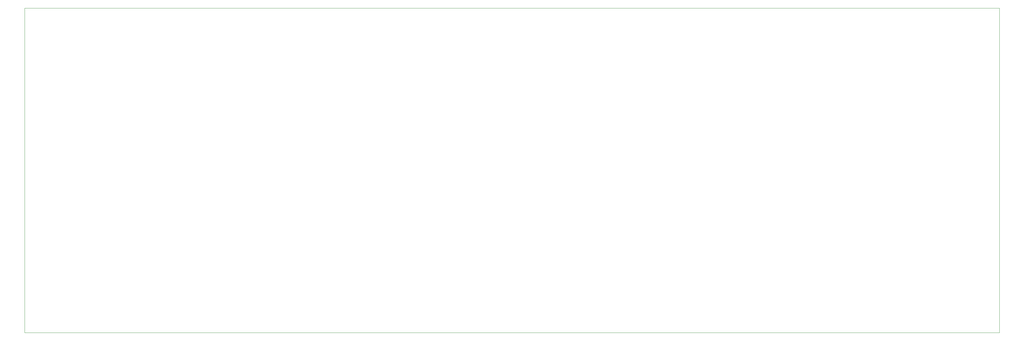
<source format=gbr>
G04 (created by PCBNEW (2013-mar-13)-testing) date Mon 15 Apr 2013 12:09:35 AM CEST*
%MOIN*%
G04 Gerber Fmt 3.4, Leading zero omitted, Abs format*
%FSLAX34Y34*%
G01*
G70*
G90*
G04 APERTURE LIST*
%ADD10C,0.006*%
%ADD11C,0.00393701*%
G04 APERTURE END LIST*
G54D10*
G54D11*
X25787Y-76181D02*
X25787Y-38779D01*
X137992Y-76181D02*
X25787Y-76181D01*
X137992Y-38779D02*
X137992Y-76181D01*
X25787Y-38779D02*
X137992Y-38779D01*
M02*

</source>
